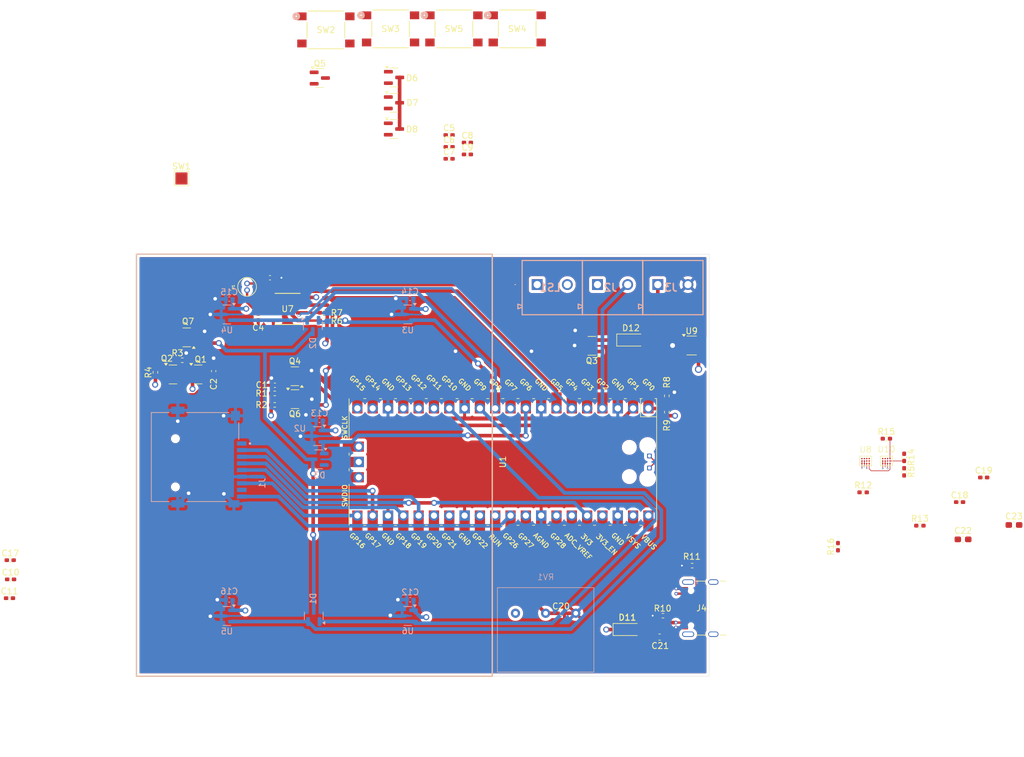
<source format=kicad_pcb>
(kicad_pcb (version 20240108) (generator "pcbnew") (generator_version "8.0")
  (layers (0 "F.Cu" signal) (1 "In1.Cu" signal) (2 "In2.Cu" signal) (31 "B.Cu" signal) (34 "B.Paste" user) (35 "F.Paste" user) (36 "B.SilkS" user "B.Silkscreen") (37 "F.SilkS" user "F.Silkscreen") (38 "B.Mask" user) (39 "F.Mask" user) (44 "Edge.Cuts" user))
  (net 0 "")
  (net 1 "GND")
  (net 2 "/Power/~{POWER_OFF}")
  (net 3 "Net-(Q1-D)")
  (net 4 "Net-(U7-X1)")
  (net 5 "Net-(U7-X2)")
  (net 6 "/Power/BUTTONS0")
  (net 7 "/Power/BUTTONS1")
  (net 8 "/Power/BUTTONS2")
  (net 9 "/Power/BUTTONS3")
  (net 10 "/Power/BUTTONS4")
  (net 11 "Net-(J1-VDD)")
  (net 12 "SLP_PWR")
  (net 13 "VCC")
  (net 14 "/Audio/VOL")
  (net 15 "/Power/POWER IN")
  (net 16 "Net-(D1A-K)")
  (net 17 "/Power/MAG_SENSOR4")
  (net 18 "/Power/MAG_SENSOR3")
  (net 19 "/Power/MAG_SENSOR1")
  (net 20 "/Power/MAG_SENSOR2")
  (net 21 "/Power/MAG_SENSOR0")
  (net 23 "Net-(D6A-K)")
  (net 25 "Net-(D12-A)")
  (net 26 "Net-(J1-CMD)")
  (net 27 "Net-(J1-DAT0)")
  (net 30 "Net-(J1-DAT3{slash}CD)")
  (net 31 "Net-(J1-CLK)")
  (net 33 "Net-(J4-CC1)")
  (net 34 "/USB_DN")
  (net 35 "Net-(J4-CC2)")
  (net 37 "/USB_DP")
  (net 38 "Net-(U10-OUTP)")
  (net 39 "Net-(U10-OUTN)")
  (net 40 "Net-(Q2-G)")
  (net 41 "/Power/CLOCK_ALARM")
  (net 42 "Net-(U10-GAIN_SLOT)")
  (net 43 "Net-(U1-GPIO5)")
  (net 44 "Net-(U1-GPIO4)")
  (net 45 "/USB_PWR_DET")
  (net 46 "Net-(U8-GAIN_SLOT)")
  (net 47 "Net-(U10-DAI0)")
  (net 48 "/Audio/I2S_LRCLK")
  (net 49 "Net-(U10-DAI1)")
  (net 50 "/Audio/I2S_DOUT")
  (net 51 "/Audio/I2S_BCLK")
  (net 52 "Net-(U10-DAI2)")
  (net 53 "/Audio/~{HEADPHONE_DETECT}")
  (net 54 "/Audio/SPEAKER_EN")
  (net 61 "Net-(J1-DET)")
  (net 65 "/Audio/HEADPHONE_EN")
  (net 72 "Net-(U8-OUTN)")
  (footprint "Resistor_SMD:R_0402_1005Metric_Pad0.72x0.64mm_HandSolder" (layer "F.Cu") (at 193.7 127.75 180)
    (property "Reference" "R10")
    (property "Value" "5.1k" (hide yes))
  )
  (footprint "Resistor_SMD:R_0402_1005Metric_Pad0.72x0.64mm_HandSolder" (layer "F.Cu") (at 233.7 101.5 -90)
    (property "Reference" "R14")
    (property "Value" "0" (hide yes))
  )
  (footprint "Capacitor_SMD:C_0402_1005Metric_Pad0.74x0.62mm_HandSolder" (layer "F.Cu") (at 158.245 50.02)
    (property "Reference" "C6")
    (property "Value" "1nF" (hide yes))
  )
  (footprint "Capacitor_SMD:C_0402_1005Metric_Pad0.74x0.62mm_HandSolder" (layer "F.Cu") (at 246.89 104.84)
    (property "Reference" "C19")
    (property "Value" "0.1uF" (hide yes))
  )
  (footprint "Resistor_SMD:R_0402_1005Metric_Pad0.72x0.64mm_HandSolder" (layer "F.Cu") (at 222.725 116.3075 90)
    (property "Reference" "R16")
    (property "Value" "1M")
  )
  (footprint "Resistor_SMD:R_0402_1005Metric_Pad0.72x0.64mm_HandSolder" (layer "F.Cu") (at 226.8975 107.3)
    (property "Reference" "R12")
    (property "Value" "100k" (hide yes))
  )
  (footprint "Diode_SMD:D_SOD-123" (layer "F.Cu") (at 188.4 82.05)
    (property "Reference" "D12")
    (property "Value" "D_Schottky")
  )
  (footprint "Package_TO_SOT_SMD:SOT-23" (layer "F.Cu") (at 149.1 47.05)
    (property "Reference" "D8")
    (property "Value" "D_Dual_CommonCathode_AAK_Split" (hide yes))
  )
  (footprint "Resistor_SMD:R_0402_1005Metric_Pad0.72x0.64mm_HandSolder" (layer "F.Cu") (at 194.35 91.3 -90)
    (property "Reference" "R8")
    (property "Value" "10k" (hide yes))
  )
  (footprint "boombox:PTS645S_SMTR92_CNK" (layer "F.Cu") (at 148.537498 30.450001)
    (property "Reference" "SW3")
    (property "Value" "SW_SPST")
  )
  (footprint "Package_TO_SOT_SMD:SOT-23" (layer "F.Cu") (at 149.1 42.7)
    (property "Reference" "D7")
    (property "Value" "D_Dual_CommonCathode_AAK_Split" (hide yes))
  )
  (footprint "Package_TO_SOT_SMD:SOT-23-5" (layer "F.Cu") (at 198.4625 82.95)
    (property "Reference" "U9")
    (property "Value" "MCP73811T-420I-OT")
  )
  (footprint "Capacitor_SMD:C_0402_1005Metric_Pad0.74x0.62mm_HandSolder" (layer "F.Cu") (at 85.35 124.85)
    (property "Reference" "C11")
    (property "Value" "0.1uF" (hide yes))
  )
  (footprint "Resistor_SMD:R_0402_1005Metric_Pad0.72x0.64mm_HandSolder" (layer "F.Cu") (at 129.3275 92.8)
    (property "Reference" "R2")
    (property "Value" "3.3M" (hide yes))
  )
  (footprint "Capacitor_SMD:C_0603_1608Metric_Pad1.08x0.95mm_HandSolder" (layer "F.Cu") (at 251.91 112.71)
    (property "Reference" "C23")
    (property "Value" "10uF" (hide yes))
  )
  (footprint "boombox:PTS645S_SMTR92_CNK" (layer "F.Cu") (at 159.037498 30.450001)
    (property "Reference" "SW5")
    (property "Value" "SW_SPST")
  )
  (footprint "Capacitor_SMD:C_0402_1005Metric_Pad0.74x0.62mm_HandSolder" (layer "F.Cu") (at 126.5944 78.22 90)
    (property "Reference" "C4")
    (property "Value" "6pF" (hide yes))
  )
  (footprint "Capacitor_SMD:C_0402_1005Metric_Pad0.74x0.62mm_HandSolder" (layer "F.Cu") (at 161.2775 49.3)
    (property "Reference" "C8")
    (property "Value" "1nF" (hide yes))
  )
  (footprint "boombox:CUI_UJ20-C-H-C-4-SMT-TR" (layer "F.Cu") (at 201.05 126.5 90)
    (property "Reference" "J4")
    (property "Value" "USB_C_Receptacle_USB2.0_16P")
  )
  (footprint "Capacitor_SMD:C_0603_1608Metric_Pad1.08x0.95mm_HandSolder" (layer "F.Cu") (at 243.4625 115.1)
    (property "Reference" "C22")
    (property "Value" "10uF")
  )
  (footprint "Package_TO_SOT_SMD:SOT-23" (layer "F.Cu") (at 114.7375 81.6 180)
    (property "Reference" "Q7")
    (property "Value" "~" (hide yes))
  )
  (footprint "Package_TO_SOT_SMD:SOT-23" (layer "F.Cu") (at 181.9125 83 180)
    (property "Reference" "Q3")
    (property "Value" "~" (hide yes))
  )
  (footprint "Capacitor_SMD:C_0402_1005Metric_Pad0.74x0.62mm_HandSolder" (layer "F.Cu") (at 128.5444 71.72 180)
    (property "Reference" "C3" (hide yes))
    (property "Value" "6pF")
  )
  (footprint "Package_TO_SOT_SMD:SOT-23" (layer "F.Cu") (at 136.8 38.6)
    (property "Reference" "Q5")
    (property "Value" "~" (hide yes))
  )
  (footprint "Resistor_SMD:R_0402_1005Metric_Pad0.72x0.64mm_HandSolder" (layer "F.Cu") (at 113.9975 85.4)
    (property "Reference" "R3")
    (property "Value" "1M" (hide yes))
  )
  (footprint "Resistor_SMD:R_0402_1005Metric_Pad0.72x0.64mm_HandSolder" (layer "F.Cu") (at 129.3275 90.9)
    (property "Reference" "R1")
    (property "Value" "3.3M" (hide yes))
  )
  (footprint "Package_TO_SOT_SMD:SOT-23" (layer "F.Cu") (at 132.6875 91.85)
    (property "Reference" "Q6")
    (property "Value" "~" (hide yes))
  )
  (footprint "boombox:RPi_Pico_SMD_TH" (layer "F.Cu") (at 167.16 102.26 -90)
    (property "Reference" "U1")
    (property "Value" "Pico")
  )
  (footprint "Resistor_SMD:R_0402_1005Metric_Pad0.72x0.64mm_HandSolder" (layer "F.Cu") (at 109.55 87.4 90)
    (property "Reference" "R4")
    (property "Value" "1M" (hide yes))
  )
  (footprint "Capacitor_SMD:C_0402_1005Metric_Pad0.74x0.62mm_HandSolder" (layer "F.Cu") (at 176.8 127.35)
    (property "Reference" "C20")
    (property "Value" "0.1uF" (hide yes))
  )
  (footprint "Capacitor_SMD:C_0402_1005Metric_Pad0.74x0.62mm_HandSolder" (layer "F.Cu") (at 85.4675 118.55)
    (property "Reference" "C17")
    (property "Value" "0.1uF" (hide yes))
  )
  (footprint "boombox:SOIC8-N_MC_MCH" (layer "F.Cu") (at 131.4622 76.885)
    (property "Reference" "U7")
    (property "Value" "MCP7940MT-I/SN")
  )
  (footprint "Capacitor_SMD:C_0402_1005Metric_Pad0.74x0.62mm_HandSolder" (layer "F.Cu") (at 119.2 87.2 90)
    (property "Reference" "C2")
    (property "Value" "1nF" (hide yes))
  )
  (footprint "Capacitor_SMD:C_0402_1005Metric_Pad0.74x0.62mm_HandSolder" (layer "F.Cu") (at 161.2775 51.27)
    (property "Reference" "C9")
    (property "Value" "1nF" (hide yes))
  )
  (footprint "boombox:PTS645S_SMTR92_CNK" (layer "F.Cu") (at 137.808847 30.6187)
    (property "Reference" "SW2")
    (property "Value" "SW_SPST")
  )
  (footprint "Capacitor_SMD:C_0402_1005Metric_Pad0.74x0.62mm_HandSolder" (layer "F.Cu") (at 85.5325 121.73)
    (property "Reference" "C10")
    (property "Value" "0.1uF" (hide yes))
  )
  (footprint "Package_TO_SOT_SMD:SOT-23" (layer "F.Cu") (at 112.45 87.75)
    (property "Reference" "Q2")
    (property "Value" "~" (hide yes))
  )
  (footprint "Resistor_SMD:R_0402_1005Metric_Pad0.72x0.64mm_HandSolder" (layer "F.Cu") (at 236.3075 112.825)
    (property "Reference" "R13")
    (property "Value" "0")
  )
  (footprint "Diode_SMD:D_SOD-123" (layer "F.Cu") (at 187.8 130.05)
    (property "Reference" "D11")
    (property "Value" "D_Schottky")
  )
  (footprint "Capacitor_SMD:C_0402_1005Metric_Pad0.74x0.62mm_HandSolder" (layer "F.Cu") (at 242.8925 108.92)
    (property "Reference" "C18")
    (property "Value" "0.1uF")
  )
  (footprint "Capacitor_SMD:C_0402_1005Metric_Pad0.74x0.62mm_HandSolder" (layer "F.Cu") (at 158.245 51.99)
    (property "Reference" "C7")
    (property "Value" "1nF" (hide yes))
  )
  (footprint "Resistor_SMD:R_0402_1005Metric_Pad0.72x0.64mm_HandSolder" (layer "F.Cu") (at 230.75 98.4)
    (property "Reference" "R15")
    (property "Value" "0" (hide yes))
  )
  (footprint "Resistor_SMD:R_0402_1005Metric_Pad0.72x0.64mm_HandSolder" (layer "F.Cu") (at 137.3944 78.82 180)
    (property "Reference" "R6")
    (property "Value" "10k")
  )
  (footprint "Resistor_SMD:R_0402_1005Metric_Pad0.72x0.64mm_HandSolder" (layer "F.Cu") (at 137.4444 77.52 180)
    (property "Reference" "R7")
    (property "Value" "10k")
  )
  (footprint "Capacitor_SMD:C_0402_1005Metric_Pad0.74x0.62mm_HandSolder" (layer "F.Cu") (at 158.245 48.05)
    (property "Reference" "C5")
    (property "Value" "1nF" (hide yes))
  )
  (footprint "Resistor_SMD:R_0402_1005Metric_Pad0.72x0.64mm_HandSolder" (layer "F.Cu") (at 233.7 103.9 -90)
    (property "Reference" "R5")
    (property "Value" "100k" (hide yes))
  )
  (footprint "boombox:MAX98365" (layer "F.Cu") (at 230.74 102.29)
    (property "Reference" "U10")
    (property "Value" "MAX98365A" (hide yes))
  )
  (footprint "Capacitor_SMD:C_0603_1608Metric_Pad1.08x0.95mm_HandSolder" (layer "F.Cu") (at 193.15 131.3)
    (property "Reference" "C21")
    (property "Value" "10uF" (hide yes))
  )
  (footprint "Capacitor_SMD:C_0402_1005Metric_Pad0.74x0.62mm_HandSolder" (layer "F.Cu") (at 129.3575 89.55 180)
    (property "Reference" "C1")
    (property "Value" "6pF" (hide yes))
  )
  (footprint "Resistor_SMD:R_0402_1005Metric_Pad0.72x0.64mm_HandSolder" (layer "F.Cu") (at 194.35 93.9975 -90)
    (property "Reference" "R9")
    (property "Value" "10k" (hide yes))
  )
  (footprint "Package_TO_SOT_SMD:SOT-23" (layer "F.Cu") (at 149.1125 38.5)
    (property "Reference" "D6")
    (property "Value" "D_Dual_CommonCathode_AAK_Split" (hide yes))
  )
  (footprint "boombox:XTAL_ECS-.327-6-13X" (layer "F.Cu") (at 124.7444 73.22 90)
    (property "Reference" "Y1")
    (property "Value" "Crystal")
  )
  (footprint "Package_TO_SOT_SMD:SOT-23" (layer "F.Cu") (at 132.6625 88.05 180)
    (property "Reference" "Q4")
    (property "Value" "~" (hide yes))
  )
  (footprint "boombox:PTS645S_SMTR92_CNK" (layer "F.Cu") (at 169.537498 30.450001)
    (property "Reference" "SW4")
    (property "Value" "SW_SPST")
  )
  (footprint "boombox:MAX98365" (layer "F.Cu") (at 227.29 102.29)
    (property "Reference" "U8")
    (property "Value" "MAX98365A" (hide yes))
  )
  (footprint "Resistor_SMD:R_0402_1005Metric_Pad0.72x0.64mm_HandSolder" (layer "F.Cu") (at 198.55 119.45 180)
    (property "Reference" "R11")
    (property "Value" "5.1k" (hide yes))
  )
  (footprint "TestPoint:TestPoint_Pad_2.0x2.0mm" (layer "F.Cu") (at 113.8625 55.25)
    (property "Reference" "SW1")
    (property "Value" "SW_SPST")
  )
  (footprint "Package_TO_SOT_SMD:SOT-23" (layer "F.Cu") (at 116.6375 87.75)
    (property "Reference" "Q1")
    (property "Value" "~" (hide yes))
  )
  (footprint "Capacitor_SMD:C_0402_1005Metric_Pad0.74x0.62mm_HandSolder" (layer "B.Cu") (at 151.7825 125.1 180)
    (property "Reference" "C12")
    (property "Value" "0.1uF" (hide yes))
  )
  (footprint "Package_TO_SOT_SMD:SOT-23" (layer "B.Cu") (at 135.65 79.7125 -90)
    (property "Reference" "D2")
    (property "Value" "D_Dual_CommonCathode_AAK_Split" (hide yes))
  )
  (footprint "Package_TO_SOT_SMD:SOT-23" (layer "B.Cu") (at 136.6 101.81875 180)
    (property "Reference" "D3")
    (property "Value" "D_Dual_CommonCathode_AAK_Split" (hide yes))
  )
  (footprint "Capacitor_SMD:C_0402_1005Metric_Pad0.74x0.62mm_HandSolder" (layer "B.Cu") (at 136.75 95.35 180)
    (property "Reference" "C13")
    (property "Value" "0.1uF" (hide yes))
  )
  (footprint "boombox:Degson 3 Pin" (layer "B.Cu") (at 174.25 130.6 180)
    (property "Reference" "RV1")
    (property "Value" "500k" (hide yes))
  )
  (footprint "boombox:EBAA02C_Audio" (layer "B.Cu") (at 185.35 73.1)
    (property "Reference" "J2")
    (property "Value" "AudioJack4" (hide yes))
  )
  (footprint "boombox:EBAA02C" (layer "B.Cu") (at 175.35 73.1)
    (property "Reference" "LS1")
    (property "Value" "Speaker" (hide yes))
  )
  (footprint "Package_TO_SOT_SMD:SOT-23" (layer "B.Cu") (at 121.4 127.8 180)
    (property "Reference" "U5")
    (property "Value" "TMAG5231" (hide yes))
  )
  (footprint "boombox:CUI_MSD-4-A" (layer "B.Cu") (at 116.1125 101.45 90)
    (property "Reference" "J1")
    (property "Value" "Micro_SD_Card_Det1" (hide yes))
  )
  (footprint "boombox:EBAA02C" (layer "B.Cu") (at 195.35 73.1)
    (property "Reference" "J3")
    (property "Value" "Battery" (hide yes))
  )
  (footprint "Package_TO_SOT_SMD:SOT-23" (layer "B.Cu") (at 136.4 97.98125 180)
    (property "Reference" "U2")
    (property "Value" "TMAG5231" (hide yes))
  )
  (footprint "Package_TO_SOT_SMD:SOT-23" (layer "B.Cu") (at 151.4 77.8 180)
    (property "Reference" "U3")
    (property "Value" "TMAG5231" (hide yes))
  )
  (footprint "Capacitor_SMD:C_0402_1005Metric_Pad0.74x0.62mm_HandSolder" (layer "B.Cu") (at 121.7825 75.25 180)
    (property "Reference" "C15")
    (property "Value" "0.1uF" (hide yes))
  )
  (footprint "Capacitor_SMD:C_0402_1005Metric_Pad0.74x0.62mm_HandSolder" (layer "B.Cu") (at 151.75 75.15 180)
    (property "Reference" "C14")
    (property "Value" "0.1uF" (hide yes))
  )
  (footprint "Package_TO_SOT_SMD:SOT-23" (layer "B.Cu") (at 135.8 127.7875 90)
    (property "Reference" "D1")
    (property "Value" "D_Dual_CommonCathode_AAK_Split" (hide yes))
  )
  (footprint "Package_TO_SOT_SMD:SOT-23" (layer "B.Cu") (at 151.4 127.8 180)
    (property "Reference" "U6")
    (property "Value" "TMAG5231" (hide yes))
  )
  (footprint "Package_TO_SOT_SMD:SOT-23" (layer "B.Cu") (at 121.4 77.8 180)
    (property "Reference" "U4")
    (property "Value" "TMAG5231" (hide yes))
  )
  (footprint "Capacitor_SMD:C_0402_1005Metric_Pad0.74x0.62mm_HandSolder" (layer "B.Cu") (at 121.7825 125.15 180)
    (property "Reference" "C16")
    (property "Value" "0.1uF" (hide yes))
  )
  (gr_rect (start 106.4 67.8) (end 165.4 137.8) (stroke (width 0.2)) (fill none) (layer "B.SilkS"))
  (gr_rect (start 106.4 67.8) (end 165.4 137.8) (stroke (width 0.2)) (fill none) (layer "F.SilkS"))
  (gr_rect (start 106.4 67.8) (end 201.4 137.8) (stroke (width 0.05)) (fill none) (layer "Edge.Cuts"))
  (segment (start 194.35 90.7025) (end 195.5975 90.7025) (width 0.6) (layer "F.Cu") (net 1))
  (segment (start 195.95 123.3) (end 195.9 123.25) (width 0.4) (layer "F.Cu") (net 1))
  (segment (start 177.3675 127.35) (end 179.25 127.35) (width 0.6) (layer "F.Cu") (net 1))
  (segment (start 117.65 80.65) (end 117.7 80.6) (width 0.6) (layer "F.Cu") (net 1))
  (segment (start 193.1025 127.75) (end 192 127.75) (width 0.2) (layer "F.Cu") (net 1))
  (segment (start 194.0125 131.3) (end 194.25 131.3) (width 0.6) (layer "F.Cu") (net 1))
  (segment (start 197.9525 119.45) (end 196.85 119.45) (width 0.2) (layer "F.Cu") (net 1))
  (segment (start 230.55 102.1) (end 230.55 102.5) (width 0.1) (layer "F.Cu") (net 1))
  (segment (start 227.1 102.5) (end 227.1 103) (width 0.1) (layer "F.Cu") (net 1))
  (segment (start 197.325 82.95) (end 195.3 82.95) (width 0.6) (layer "F.Cu") (net 1))
  (segment (start 133.6 87.1) (end 135.425 87.1) (width 0.6) (layer "F.Cu") (net 1))
  (segment (start 129.1119 71.72) (end 130.4444 71.72) (width 0.4) (layer "F.Cu") (net 1))
  (segment (start 230.55 102.5) (end 230.55 103) (width 0.1) (layer "F.Cu") (net 1))
  (segment (start 126.5969 78.79) (end 126.5944 78.7875) (width 0.4) (layer "F.Cu") (net 1))
  (segment (start 115.675 80.65) (end 117.65 80.65) (width 0.6) (layer "F.Cu") (net 1))
  (segment (start 129.1 78.79) (end 126.5969 78.79) (width 0.4) (layer "F.Cu") (net 1))
  (segment (start 227.1 102.1) (end 227.1 102.5) (width 0.1) (layer "F.Cu") (net 1))
  (segment (start 119.2 86.6325) (end 119.2 85.05) (width 0.6) (layer "F.Cu") (net 1))
  (segment (start 194.25 131.3) (end 195.85 129.7) (width 0.6) (layer "F.Cu") (net 1))
  (segment (start 128.79 89.55) (end 128.79 88.365) (width 0.6) (layer "F.Cu") (net 1))
  (segment (start 197.29 129.7) (end 195.85 129.7) (width 0.4) (layer "F.Cu") (net 1))
  (segment (start 195.5975 90.7025) (end 195.6 90.7) (width 0.6) (layer "F.Cu") (net 1))
  (segment (start 114.595 84.255) (end 114.65 84.2) (width 0.6) (layer "F.Cu") (net 1))
  (segment (start 197.29 123.3) (end 195.95 123.3) (width 0.4) (layer "F.Cu") (net 1))
  (segment (start 114.595 85.4) (end 114.595 84.255) (width 0.6) (layer "F.Cu") (net 1))
  (segment (start 128.79 88.365) (end 128.775 88.35) (width 0.6) (layer "F.Cu") (net 1))
  (segment (start 133.625 91.85) (end 135.475 91.85) (width 0.6) (layer "F.Cu") (net 1))
  (via (at 115.05 107.45) (size 1) (drill 0.6) (layers "F.Cu" "B.Cu") (net 1))
  (via (at 135.425 87.1) (size 1) (drill 0.6) (layers "F.Cu" "B.Cu") (net 1))
  (via (at 227.1 103) (size 0.25) (drill 0.15) (layers "F.Cu" "B.Cu") (net 1))
  (via (at 117.7 80.6) (size 1) (drill 0.6) (layers "F.Cu" "B.Cu") (net 1))
  (via (at 119.45 75.2) (size 1) (drill 0.6) (layers "F.Cu" "B.Cu") (net 1))
  (via (at 114.65 84.2) (size 1) (drill 0.6) (layers "F.Cu" "B.Cu") (net 1))
  (via (at 134.5 94.45) (size 1) (drill 0.6) (layers "F.Cu" "B.Cu") (net 1))
  (via (at 195.3 82.95) (size 1.2) (drill 0.8) (layers "F.Cu" "B.Cu") (net 1))
  (via (at 120.9 107.55) (size 1) (drill 0.6) (layers "F.Cu" "B.Cu") (net 1))
  (via (at 128.775 88.35) (size 1) (drill 0.6) (layers "F.Cu" "B.Cu") (net 1))
  (via (at 148.7 77.8) (size 1) (drill 0.6) (layers "F.Cu" "B.Cu") (net 1))
  (via (at 230.55 103) (size 0.25) (drill 0.15) (layers "F.Cu" "B.Cu") (net 1))
  (via (at 118.65 77.8) (size 1) (drill 0.6) (layers "F.Cu" "B.Cu") (net 1))
  (via (at 133.6 98) (size 1) (drill 0.6) (layers "F.Cu" "B.Cu") (net 1))
  (via (at 119.2 85.05) (size 1) (drill 0.6) (layers "F.Cu" "B.Cu") (net 1))
  (via (at 195.6 90.7) (size 1) (drill 0.6) (layers "F.Cu" "B.Cu") (net 1))
  (via (at 195.9 123.25) (size 0.6) (drill 0.3) (layers "F.Cu" "B.Cu") (net 1))
  (via (at 120.85 94.6) (size 1) (drill 0.6) (layers "F.Cu" "B.Cu") (net 1))
  (via (at 130.4444 71.72) (size 0.6) (drill 0.3) (layers "F.Cu" "B.Cu") (net 1))
  (via (at 113.25 95.5) (size 1) (drill 0.6) (layers "F.Cu" "B.Cu") (net 1))
  (via (at 195.85 129.7) (size 0.6) (drill 0.3) (layers "F.Cu" "B.Cu") (net 1))
  (via (at 148.5 127.7) (size 1) (drill 0.6) (layers "F.Cu" "B.Cu") (net 1))
  (via (at 119.8 125.1) (size 1) (drill 0.6) (layers "F.Cu" "B.Cu") (net 1))
  (via (at 149.4 75.15) (size 1) (drill 0.6) (layers "F.Cu" "B.Cu") (net 1))
  (via (at 149.75 125.1) (size 1) (drill 0.6) (layers "F.Cu" "B.Cu") (net 1))
  (via (at 118.65 127.85) (size 1) (drill 0.6) (layers "F.Cu" "B.Cu") (net 1))
  (via (at 196.85 119.45) (size 0.6) (drill 0.3) (layers "F.Cu" "B.Cu") (net 1))
  (via (at 192 127.75) (size 0.6) (drill 0.3) (layers "F.Cu" "B.Cu") (net 1))
  (via (at 135.475 91.85) (size 1) (drill 0.6) (layers "F.Cu" "B.Cu") (net 1))
  (segment (start 121.215 75.25) (end 119.5 75.25) (width 0.6) (layer "B.Cu") (net 1))
  (segment (start 119.5 75.25) (end 119.45 75.2) (width 0.6) (layer "B.Cu") (net 1))
  (segment (start 148.6 127.8) (end 148.5 127.7) (width 0.6) (layer "B.Cu") (net 1))
  (segment (start 120.4625 77.8) (end 118.65 77.8) (width 0.6) (layer "B.Cu") (net 1))
  (segment (start 122.8125 94.6) (end 120.85 94.6) (width 0.6) (layer "B.Cu") (net 1))
  (segment (start 135.4 95.35) (end 134.5 94.45) (width 0.6) (layer "B.Cu") (net 1))
  (segment (start 115.05 107.45) (end 115.0125 107.45) (width 0.6) (layer "B.Cu") (net 1))
  (segment (start 120.4625 127.8) (end 118.7 127.8) (width 0.6) (layer "B.Cu") (net 1))
  (segment (start 119.85 125.15) (end 119.8 125.1) (width 0.6) (layer "B.Cu") (net 1))
  (segment (start 150.4625 77.8) (end 148.7 77.8) (width 0.6) (layer "B.Cu") (net 1))
  (segment (start 113.2625 93.7) (end 113.2625 95.4875) (width 0.6) (layer "B.Cu") (net 1))
  (segment (start 151.1825 75.15) (end 149.4 75.15) (width 0.6) (layer "B.Cu") (net 1))
  (segment (start 136.1825 95.35) (end 135.4 95.35) (width 0.6) (layer "B.Cu") (net 1))
  (segment (start 120.9125 107.55) (end 122.5625 109.2) (width 0.6) (layer "B.Cu") (net 1))
  (segment (start 150.4625 127.8) (end 148.6 127.8) (width 0.6) (layer "B.Cu") (net 1))
  (segment (start 120.9 107.55) (end 120.9125 107.55) (width 0.6) (layer "B.Cu") (net 1))
  (segment (start 133.61875 97.98125) (end 133.6 98) (width 0.6) (layer "B.Cu") (net 1))
  (segment (start 151.215 125.1) (end 149.75 125.1) (width 0.6) (layer "B.Cu") (net 1))
  (segment (start 118.7 127.8) (end 118.65 127.85) (width 0.6) (layer "B.Cu") (net 1))
  (segment (start 135.4625 97.98125) (end 133.61875 97.98125) (width 0.6) (layer "B.Cu") (net 1))
  (segment (start 115.0125 107.45) (end 113.2625 109.2) (width 0.6) (layer "B.Cu") (net 1))
  (segment (start 121.215 125.15) (end 119.85 125.15) (width 0.6) (layer "B.Cu") (net 1))
  (segment (start 113.2625 95.4875) (end 113.25 95.5) (width 0.6) (layer "B.Cu") (net 1))
  (segment (start 135.01 88.05) (end 143.16 96.2) (width 0.6) (layer "F.Cu") (net 2))
  (segment (start 129.925 90.9) (end 131.75 90.9) (width 0.6) (layer "F.Cu") (net 2))
  (segment (start 129.925 89.55) (end 129.925 90.9) (width 0.6) (layer "F.Cu") (net 2))
  (segment (start 185.92 96.2) (end 188.75 93.37) (width 0.6) (layer "F.Cu") (net 2))
  (segment (start 131.725 88.05) (end 131.425 88.05) (width 0.6) (layer "F.Cu") (net 2))
  (segment (start 131.425 88.05) (end 129.925 89.55) (width 0.6) (layer "F.Cu") (net 2))
  (segment (start 143.16 96.2) (end 185.92 96.2) (width 0.6) (layer "F.Cu") (net 2))
  (segment (start 131.725 88.05) (end 135.01 88.05) (width 0.6) (layer "F.Cu") (net 2))
  (segment (start 119.2 87.7675) (end 117.5925 87.7675) (width 0.6) (layer "F.Cu") (net 3))
  (segment (start 116.114214 91.15) (end 117.575 89.689214) (width 0.6) (layer "F.Cu") (net 3))
  (segment (start 113.9625 91.15) (end 116.114214 91.15) (width 0.6) (layer "F.Cu") (net 3))
  (segment (start 111.5125 88.7) (end 113.9625 91.15) (width 0.6) (layer "F.Cu") (net 3))
  (segment (start 117.575 89.689214) (end 117.575 87.75) (width 0.6) (layer "F.Cu") (net 3))
  (segment (start 117.5925 87.7675) (end 117.575 87.75) (width 0.6) (layer "F.Cu") (net 3))
  (segment (start 127.74 71.72) (end 126.79 72.67) (width 0.4) (layer "F.Cu") (net 4))
  (segment (start 126.79 72.67) (end 124.7444 72.67) (width 0.4) (layer "F.Cu") (net 4))
  (segment (start 127.9769 71.72) (end 127.74 71.72) (width 0.4) (layer "F.Cu") (net 4))
  (segment (start 129.1 74.98) (end 126.79 72.67) (width 0.4) (layer "F.Cu") (net 4))
  (segment (start 127.9969 76.25) (end 126.5944 77.6525) (width 0.4) (layer "F.Cu") (net 5))
  (segment (start 124.7444 73.77) (end 124.7444 75.8025) (width 0.4) (layer "F.Cu") (net 5))
  (segment (start 129.1 76.25) (end 127.9969 76.25) (width 0.4) (layer "F.Cu") (net 5))
  (segment (start 124.7444 75.8025) (end 126.5944 77.6525) (width 0.4) (layer "F.Cu") (net 5))
  (segment (start 129.06 76.29) (end 129.1 76.25) (width 0.2) (layer "F.Cu") (net 5))
  (segment (start 151.55 109.05) (end 155.75 109.05) (width 0.6) (layer "F.Cu") (net 11))
  (via (at 151.55 109.05) (size 1) (drill 0.6) (layers "F.Cu" "B.Cu") (net 11))
  (via (at 155.75 109.05) (size 1) (drill 0.6) (layers "F.Cu" "B.Cu") (net 11))
  (segment (start 134.36274 109) (end 151.5 109) (width 0.6) (layer "B.Cu") (net 11))
  (segment (start 151.5 109) (end 151.55 109.05) (width 0.6) (layer "B.Cu") (net 11))
  (segment (start 155.75 109.05) (end 155.8 109) (width 0.6) (layer "B.Cu") (net 11))
  (segment (start 127.86274 102.5) (end 134.36274 109) (width 0.6) (layer "B.Cu") (net 11))
  (segment (start 155.8 109) (end 178.98 109) (width 0.6) (layer "B.Cu") (net 11))
  (segment (start 127.86274 102.5) (end 123.8625 102.5) (width 0.6) (layer "B.Cu") (net 11))
  (segment (start 178.98 109) (end 181.13 111.15) (width 0.6) (layer "B.Cu") (net 11))
  (segment (start 186.15 130.05) (end 184.3 130.05) (width 0.6) (layer "F.Cu") (net 12))
  (segment (start 128.73 94.52) (end 128.7 94.55) (width 0.6) (layer "F.Cu") (net 12))
  (segment (start 182.85 82.05) (end 180.75 82.05) (width 0.6) (layer "F.Cu") (net 12))
  (segment (start 109.55 89.4) (end 109.5 89.45) (width 0.6) (layer "F.Cu") (net 12))
  (segment (start 136.17 74.98) (end 136.2 74.95) (width 0.6) (layer "F.Cu") (net 12))
  (segment (start 128.73 92.8) (end 128.73 94.52) (width 0.6) (layer "F.Cu") (net 12))
  (segment (start 115.7 88.7) (end 115.7 90.15) (width 0.6) (layer "F.Cu") (net 12))
  (segment (start 109.55 87.9975) (end 109.55 89.4) (width 0.6) (layer "F.Cu") (net 12))
  (segment (start 182.85 82.05) (end 186.75 82.05) (width 0.6) (layer "F.Cu") (net 12))
  (segment (start 133.8244 74.98) (end 136.17 74.98) (width 0.6) (layer "F.Cu") (net 12))
  (segment (start 180.75 82.05) (end 179.15 80.45) (width 0.6) (layer "F.Cu") (net 12))
  (segment (start 128.73 92.8) (end 128.73 90.9) (width 0.6) (layer "F.Cu") (net 12))
  (via (at 109.5 89.45) (size 1) (drill 0.6) (layers "F.Cu" "B.Cu") (net 12))
  (via (at 124.6 76.85) (size 1) (drill 0.6) (layers "F.Cu" "B.Cu") (net 12))
  (via (at 154.35 76.9) (size 1) (drill 0.6) (layers "F.Cu" "B.Cu") (net 12))
  (via (at 139.4 97.03125) (size 1) (drill 0.6) (layers "F.Cu" "B.Cu") (net 12))
  (via (at 184.3 130.05) (size 1) (drill 0.6) (layers "F.Cu" "B.Cu") (net 12))
  (via (at 179.15 80.45) (size 1) (drill 0.6) (layers "F.Cu" "B.Cu") (net 12))
  (via (at 136.2 74.95) (size 1) (drill 0.6) (layers "F.Cu" "B.Cu") (net 12))
  (via (at 154.45 128) (size 1) (drill 0.6) (layers "F.Cu" "B.Cu") (net 12))
  (via (at 124.45 126.9) (size 1) (drill 0.6) (layers "F.Cu" "B.Cu") (net 12))
  (via (at 115.7 90.15) (size 1) (drill 0.6) (layers "F.Cu" "B.Cu") (net 12))
  (via (at 128.7 94.55) (size 1) (drill 0.6) (layers "F.Cu" "B.Cu") (net 12))
  (segment (start 122.35 125.15) (end 122.35 126.8375) (width 0.6) (layer "B.Cu") (net 12))
  (segment (start 122.35 75.25) (end 122.35 76.8375) (width 0.6) (layer "B.Cu") (net 12))
  (segment (start 154.45 128) (end 153.4875 128) (width 0.6) (layer "B.Cu") (net 12))
  (segment (start 122.35 76.8375) (end 122.3375 76.85) (width 0.6) (layer "B.Cu") (net 12))
  (segment (start 152.3175 75.15) (end 152.3175 76.83) (width 0.6) (layer "B.Cu") (net 12))
  (segment (start 154.35 76.9) (end 152.3875 76.9) (width 0.6) (layer "B.Cu") (net 12))
  (segment (start 152.3175 76.83) (end 152.3375 76.85) (width 0.6) (layer "B.Cu") (net 12))
  (segment (start 152.35 126.8375) (end 152.3375 126.85) (width 0.6) (layer "B.Cu") (net 12))
  (segment (start 153.4875 128) (end 152.3375 126.85) (width 0.6) (layer "B.Cu") (net 12))
  (segment (start 124.6 76.85) (end 122.3375 76.85) (width 0.6) (layer "B.Cu") (net 12))
  (segment (start 152.3875 76.9) (end 152.3375 76.85) (width 0.6) (layer "B.Cu") (net 12))
  (segment (start 124.4 126.85) (end 124.45 126.9) (width 0.6) (layer "B.Cu") (net 12))
  (segment (start 137.3175 97.01125) (end 137.3375 97.03125) (width 0.6) (layer "B.Cu") (net 12))
  (segment (start 122.35 126.8375) (end 122.3375 126.85) (width 0.6) (layer "B.Cu") (net 12))
  (segment (start 137.3375 97.03125) (end 139.4 97.03125) (width 0.6) (layer "B.Cu") (net 12))
  (segment (start 122.3375 126.85) (end 124.4 126.85) (width 0.6) (layer "B.Cu") (net 12))
  (segment (start 152.35 125.1) (end 152.35 126.8375) (width 0.6) (layer "B.Cu") (net 12))
  (segment (start 137.3175 95.35) (end 137.3175 97.01125) (width 0.6) (layer "B.Cu") (net 12))
  (segment (start 138.0419 77.52) (end 138.0419 78.77) (width 0.6) (layer "F.Cu") (net 13))
  (segment (start 137.9919 82.3081) (end 137.7 82.6) (width 0.6) (layer "F.Cu") (net 13))
  (segment (start 179.1 83) (end 179.05 82.95) (width 0.6) (layer "F.Cu") (net 13))
  (segment (start 180.975 83) (end 179.1 83) (width 0.6) (layer "F.Cu") (net 13))
  (segment (start 227.5 102.5) (end 227.5 103.3) (width 0.1) (layer "F.Cu") (net 13))
  (segment (start 138.0419 78.77) (end 137.9919 78.82) (width 0.6) (layer "F.Cu") (net 13))
  (segment (start 137.9919 78.82) (end 137.9919 82.3081) (width 0.6) (layer "F.Cu") (net 13))
  (segment (start 230.95 102.5) (end 230.95 103.35) (width 0.1) (layer "F.Cu") (net 13))
  (segment (start 230.15 102.1) (end 230.15 102.5) (width 0.1) (layer "F.Cu") (net 13))
  (segment (start 230.15 103.35) (end 230.15 102.5) (width 0.1) (layer "F.Cu") (net 13))
  (segment (start 226.7 102.1) (end 226.7 102.5) (width 0.1) (layer "F.Cu") (net 13))
  (segment (start 226.7 102.5) (end 226.7 103.25) (width 0.1) (layer "F.Cu") (net 13))
  (via (at 230.95 103.35) (size 0.25) (drill 0.15) (layers "F.Cu" "B.Cu") (net 13))
  (via (at 230.15 103.35) (size 0.25) (drill 0.15) (layers "F.Cu" "B.Cu") (net 13))
  (via (at 227.5 103.3) (size 0.25) (drill 0.15) (layers "F.Cu" "B.Cu") (net 13))
  (via (at 226.7 103.25) (size 0.25) (drill 0.15) (layers "F.Cu" "B.Cu") (net 13))
  (via (at 137.7 82.6) (size 1) (drill 0.6) (layers "F.Cu" "B.Cu") (net 13))
  (via (at 179.05 82.95) (size 1) (drill 0.6) (layers "F.Cu" "B.Cu") (net 13))
  (segment (start 170.97 124.07) (end 170.97 111.15) (width 0.6) (layer "F.Cu") (net 14))
  (segment (start 174.25 127.35) (end 170.97 124.07) (width 0.6) (layer "F.Cu") (net 14))
  (segment (start 176.2325 127.35) (end 174.25 127.35) (width 0.6) (layer "F.Cu") (net 14))
  (segment (start 197.29 124.1) (end 195.9 124.1) (width 0.4) (layer "F.Cu") (net 15))
  (segment (start 194.35 94.595) (end 195.695 94.595) (width 0.6) (layer "F.Cu") (net 15))
  (segment (start 199.6 83.9) (end 199.6 86.9) (width 0.6) (layer "F.Cu") (net 15))
  (segment (start 190.6 128.9) (end 192.3 128.9) (width 0.6) (layer "F.Cu") (net 15))
  (segment (start 195.695 94.595) (end 195.7 94.6) (width 0.6) (layer "F.Cu") (net 15))
  (segment (start 199.6 82) (end 197.325 82) (width 0.6) (layer "F.Cu") (net 15))
  (segment (start 192.3 128.9) (end 195.85 128.9) (width 0.6) (layer "F.Cu") (net 15))
  (segment (start 197.29 128.9) (end 195.85 128.9) (width 0.4) (layer "F.Cu") (net 15))
  (segment (start 192.2875 128.9125) (end 192.3 128.9) (width 0.6) (layer "F.Cu") (net 15))
  (segment (start 189.45 130.05) (end 190.6 128.9) (width 0.6) (layer "F.Cu") (net 15))
  (segment (start 192.2875 131.3) (end 192.2875 128.9125) (width 0.6) (layer "F.Cu") (net 15))
  (segment (start 199.6 82) (end 199.6 83.9) (width 0.6) (layer "F.Cu") (net 15))
  (via (at 195.9 124.1) (size 0.6) (drill 0.3) (layers "F.Cu" "B.Cu") (net 15))
  (via (at 199.6 86.9) (size 1.2) (drill 0.8) (layers "F.Cu" "B.Cu") (net 15))
  (via (at 195.85 128.9) (size 0.6) (drill 0.3) (layers "F.Cu" "B.Cu") (net 15))
  (via (at 195.7 94.6) (size 1) (drill 0.6) (layers "F.Cu" "B.Cu") (net 15))
  (segment (start 135.7 104.18125) (end 135.7 114.35) (width 0.6) (layer "F.Cu") (net 16))
  (segment (start 120.05 82.55) (end 115.675 82.55) (width 0.6) (layer "F.Cu") (net 16))
  (segment (start 115.675 86.775) (end 115.7 86.8) (width 0.6) (layer "F.Cu") (net 16))
  (segment (start 115.675 82.55) (end 115.675 86.775) (width 0.6) (layer "F.Cu") (net 16))
  (via (at 135.7 114.35) (size 1) (drill 0.6) (layers "F.Cu" "B.Cu") (net 16))
  (via (at 135.7 104.18125) (size 1) (drill 0.6) (layers "F.Cu" "B.Cu") (net 16))
  (via (at 120.05 82.55) (size 1) (drill 0.6) (layers "F.Cu" "B.Cu") (net 16))
  (segment (start 135.7 114.35) (end 135.8 114.45) (width 0.6) (layer "B.Cu") (net 16))
  (segment (start 135.6625 101.81875) (end 134.554536 101.81875) (width 0.6) (layer "B.Cu") (net 16))
  (segment (start 134.554536 101.81875) (end 127.7 94.964214) (width 0.6) (layer "B.Cu") (net 16))
  (segment (start 135.8 114.45) (end 135.8 126.85) (width 0.6) (layer "B.Cu") (net 16))
  (segment (start 135.65 80.65) (end 132.65 83.65) (width 0.6) (layer "B.Cu") (net 16))
  (segment (start 127.7 94.964214) (end 127.7 83.8) (width 0.6) (layer "B.Cu") (net 16))
  (segment (start 135.6625 101.81875) (end 135.6625 104.14375) (width 0.6) (layer "B.Cu") (net 16))
  (segment (start 121.3 83.8) (end 120.05 82.55) (width 0.6) (layer "B.Cu") (net 16))
  (segment (start 132.5 83.8) (end 121.3 83.8) (width 0.6) (layer "B.Cu") (net 16))
  (segment (start 132.65 83.65) (end 132.5 83.8) (width 0.6) (layer "B.Cu") (net 16))
  (segment (start 173.1 108.2) (end 158.27 93.37) (width 0.6) (layer "B.Cu") (net 17))
  (segment (start 192.64 110.590811) (end 190.249189 108.2) (width 0.6) (layer "B.Cu") (net 17))
  (segment (start 192.64 111.709189) (end 192.64 110.590811) (width 0.6) (layer "B.Cu") (net 17))
  (segment (start 175.349189 129) (end 192.64 111.709189) (width 0.6) (layer "B.Cu") (net 17))
  (segment (start 136.75 128.725) (end 152.3125 128.725) (width 0.6) (layer "B.Cu") (net 17))
  (segment (start 190.249189 108.2) (end 173.1 108.2) (width 0.6) (layer "B.Cu") (net 17))
  (segment (start 152.3125 128.725) (end 152.3375 128.75) (width 0.6) (layer "B.Cu") (net 17))
  (segment (start 152.3375 128.75) (end 152.5875 129) (width 0.6) (layer "B.Cu") (net 17))
  (segment (start 152.5875 129) (end 175.349189 129) (width 0.6) (layer "B.Cu") (net 17))
  (segment (start 193.44 114.944738) (end 193.44 110.25944) (width 0.6) (layer "B.Cu") (net 18))
  (segment (start 190.58056 107.4) (end 177.38 107.4) (width 0.6) (layer "B.Cu") (net 18))
  (segment (start 136.0875 129.9625) (end 178.422238 129.9625) (width 0.6) (layer "B.Cu") (net 18))
  (segment (start 122.3625 128.725) (end 122.3375 128.75) (width 0.6) (layer "B.Cu") (net 18))
  (segment (start 193.44 110.25944) (end 190.58056 107.4) (width 0.6) (layer "B.Cu") (net 18))
  (segment (start 134.85 128.725) (end 136.0875 129.9625) (width 0.6) (layer "B.Cu") (net 18))
  (segment (start 134.85 128.725) (end 122.3625 128.725) (width 0.6) (layer "B.Cu") (net 18))
  (segment (start 178.422238 129.9625) (end 193.44 114.944738) (width 0.6) (layer "B.Cu") (net 18))
  (segment (start 177.38 107.4) (end 163.35 93.37) (width 0.6) (layer "B.Cu") (net 18))
  (segment (start 163.05 85.95) (end 168.43 91.33) (width 0.6) (layer "F.Cu") (net 19))
  (segment (start 168.43 91.33) (end 168.43 93.37) (width 0.6) (layer "F.Cu") (net 19))
  (via (at 141.0122 78.785) (size 1) (drill 0.6) (layers "F.Cu" "B.Cu") (net 19))
  (via (at 163.05 85.95) (size 1) (drill 0.6) (layers "F.Cu" "B.Cu") (net 19))
  (segment (start 137.8997 78.785) (end 137.8497 78.835) (width 0.6) (layer "B.Cu") (net 19))
  (segment (start 141.0122 78.785) (end 137.8997 78.785) (width 0.6) (layer "B.Cu") (net 19))
  (segment (start 136.6 78.775) (end 136.9 79.075) (width 0.6) (layer "B.Cu") (net 19))
  (segment (start 152.0125 79.075) (end 152.3375 78.75) (width 0.6) (layer "B.Cu") (net 19))
  (segment (start 155.85 78.75) (end 163.05 85.95) (width 0.6) (layer "B.Cu") (net 19))
  (segment (start 136.9 79.075) (end 152.0125 79.075) (width 0.6) (layer "B.Cu") (net 19))
  (segment (start 152.3375 78.75) (end 155.85 78.75) (width 0.6) (layer "B.Cu") (net 19))
  (segment (start 165.89 87.025786) (end 165.89 93.37) (width 0.6) (layer "B.Cu") (net 20))
  (segment (start 134.7 78.775) (end 139.325 74.15) (width 0.6) (layer "B.Cu") (net 20))
  (segment (start 122.3375 78.75) (end 134.675 78.75) (width 0.6) (layer "B.Cu") (net 20))
  (segment (start 153.014214 74.15) (end 165.89 87.025786) (width 0.6) (layer "B.Cu") (net 20))
  (segment (start 134.675 78.75) (end 134.7 78.775) (width 0.6) (layer "B.Cu") (net 20))
  (segment (start 139.325 74.15) (end 153.014214 74.15) (width 0.6) (layer "B.Cu") (net 20))
  (segment (start 161.385786 97.9) (end 170.95 97.9) (width 0.6) (layer "F.Cu") (net 21))
  (segment (start 161.342893 97.857107) (end 161.385786 97.9) (width 0.6) (layer "F.Cu") (net 21))
  (via (at 170.95 97.9) (size 1) (drill 0.6) (layers "F.Cu" "B.Cu") (net 21))
  (via (at 161.342893 97.857107) (size 1) (drill 0.6) (layers "F.Cu" "B.Cu") (net 21))
  (segment (start 142.139561 98.93125) (end 143.213704 97.857107) (width 0.6) (layer "B.Cu") (net 21))
  (segment (start 137.3375 98.93125) (end 142.139561 98.93125) (width 0.6) (layer "B.Cu") (net 21))
  (segment (start 143.213704 97.857107) (end 161.342893 97.857107) (width 0.6) (layer "B.Cu") (net 21))
  (segment (start 137.3375 100.66875) (end 137.5375 100.86875) (width 0.6) (layer "B.Cu") (net 21))
  (segment (start 170.95 93.39) (end 170.97 93.37) (width 0.6) (layer "B.Cu") (net 21))
  (segment (start 170.95 97.9) (end 170.95 93.39) (width 0.6) (layer "B.Cu") (net 21))
  (segment (start 137.3375 98.93125) (end 137.3375 100.66875) (width 0.6) (layer "B.Cu") (net 21))
  (segment (start 150.0375 47.05) (end 150.0375 42.7) (width 0.6) (layer "F.Cu") (net 23))
  (segment (start 150.0375 42.7) (end 150.0375 38.5125) (width 0.6) (layer "F.Cu") (net 23))
  (segment (start 113.4 85.4) (end 113.4 87.7375) (width 0.6) (layer "F.Cu") (net 23))
  (segment (start 150.0375 38.5125) (end 150.05 38.5) (width 0.6) (layer "F.Cu") (net 23))
  (segment (start 113.4 87.7375) (end 113.3875 87.75) (width 0.6) (layer "F.Cu") (net 23))
  (segment (start 192.85 82.055635) (end 192.85 72.85) (width 0.6) (layer "F.Cu") (net 25))
  (segment (start 192.544365 82.055635) (end 192.53873 82.05) (width 0.6) (layer "F.Cu") (net 25))
  (segment (start 192.53873 82.05) (end 190.05 82.05) (width 0.6) (layer "F.Cu") (net 25))
  (segment (start 194.994365 84.2) (end 192.85 82.055635) (width 0.6) (layer "F.Cu") (net 25))
  (segment (start 197.325 83.9) (end 197.025 84.2) (width 0.6) (layer "F.Cu") (net 25))
  (segment (start 192.85 82.055635) (end 192.544365 82.055635) (width 0.6) (layer "F.Cu") (net 25))
  (segment (start 197.025 84.2) (end 194.994365 84.2) (width 0.6) (layer "F.Cu") (net 25))
  (segment (start 134.54411 108.05) (end 151.964214 108.05) (width 0.6) (layer "B.Cu") (net 26))
  (segment (start 127.89411 101.4) (end 134.54411 108.05) (width 0.6) (layer "B.Cu") (net 26))
  (segment (start 127.89411 101.4) (end 123.8625 101.4) (width 0.6) (layer "B.Cu") (net 26))
  (segment (start 151.964214 108.05) (end 153.19 109.275786) (width 0.6) (layer "B.Cu") (net 26))
  (segment (start 153.19 109.275786) (end 153.19 111.15) (width 0.6) (layer "B.Cu") (net 26))
  (segment (start 134.25 111.15) (end 143.03 111.15) (width 0.6) (layer "B.Cu") (net 27))
  (segment (start 128.9 105.8) (end 134.25 111.15) (width 0.6) (layer "B.Cu") (net 27))
  (segment (start 128.9 105.8) (end 123.8625 105.8) (width 0.6) (layer "B.Cu") (net 27))
  (segment (start 145.55 111.13) (end 145.57 111.15) (width 0.6) (layer "F.Cu") (net 30))
  (segment (start 145.55 107.05) (end 145.55 111.13) (width 0.6) (layer "F.Cu") (net 30))
  (via (at 145.55 107.05) (size 1) (drill 0.6) (layers "F.Cu" "B.Cu") (net 30))
  (segment (start 127.92548 100.3) (end 123.8625 100.3) (width 0.6) (layer "B.Cu") (net 30))
  (segment (start 127.92548 100.3) (end 134.67548 107.05) (width 0.6) (layer "B.Cu") (net 30))
  (segment (start 134.67548 107.05) (end 145.55 107.05) (width 0.6) (layer "B.Cu") (net 30))
  (segment (start 149.3 109.8) (end 150.65 111.15) (width 0.6) (layer "B.Cu") (net 31))
  (segment (start 134.03137 109.8) (end 149.3 109.8) (width 0.6) (layer "B.Cu") (net 31))
  (segment (start 127.83137 103.6) (end 134.03137 109.8) (width 0.6) (layer "B.Cu") (net 31))
  (segment (start 127.83137 103.6) (end 123.8625 103.6) (width 0.6) (layer "B.Cu") (net 31))
  (segment (start 194.2975 127.75) (end 197.29 127.75) (width 0.2) (layer "F.Cu") (net 33))
  (segment (start 191.866281 122.034481) (end 191.866281 120.465519) (width 0.2) (layer "F.Cu") (net 34))
  (segment (start 196.1 126.88) (end 196.47 127.25) (width 0.2) (layer "F.Cu") (net 34))
  (segment (start 191.866281 120.465519) (end 196.375 115.9568) (width 0.2) (layer "F.Cu") (net 34))
  (segment (start 196.375 115.9568) (end 196.375 104.7432) (width 0.2) (layer "F.Cu") (net 34))
  (segment (start 192.245 102.475) (end 191.46 103.26) (width 0.2) (layer "F.Cu") (net 34))
  (segment (start 195.7659 125.9341) (end 191.866281 122.034481) (width 0.2) (layer "F.Cu") (net 34))
  (segment (start 196.47 127.25) (end 197.29 127.25) (width 0.2) (layer "F.Cu") (net 34))
  (segment (start 194.1068 102.475) (end 192.245 102.475) (width 0.2) (layer "F.Cu") (net 34))
  (segment (start 196.409999 126.225) (end 196.0568 126.225) (width 0.2) (layer "F.Cu") (net 34))
  (segment (start 196.0568 126.225) (end 195.7659 125.9341) (width 0.2) (layer "F.Cu") (net 34))
  (segment (start 196.375 104.7432) (end 194.1068 102.475) (width 0.2) (layer "F.Cu") (net 34))
  (segment (start 196.434999 126.25) (end 196.409999 126.225) (width 0.2) (layer "F.Cu") (net 34))
  (segment (start 195.7659 125.9341) (end 196.1 126.2682) (width 0.2) (layer "F.Cu") (net 34))
  (segment (start 196.1 126.2682) (end 196.1 126.88) (width 0.2) (layer "F.Cu") (net 34))
  (segment (start 197.29 126.25) (end 196.434999 126.25) (width 0.2) (layer "F.Cu") (net 34))
  (segment (start 199.18 123.709239) (end 199.18 119.4825) (width 0.2) (layer "F.Cu") (net 35))
  (segment (start 197.29 124.75) (end 198.139239 124.75) (width 0.2) (layer "F.Cu") (net 35))
  (segment (start 199.18 119.4825) (end 199.1475 119.45) (width 0.2) (layer "F.Cu") (net 35))
  (segment (start 198.139239 124.75) (end 199.18 123.709239) (width 0.2) (layer "F.Cu") (net 35))
  (segment (start 198.11 126.75) (end 198.35 126.51) (width 0.2) (layer "F.Cu") (net 37))
  (segment (start 192.316281 121.848081) (end 192.316281 120.651919) (width 0.2) (layer "F.Cu") (net 37))
  (segment (start 196.2432 125.775) (end 192.316281 121.848081) (width 0.2) (layer "F.Cu") (net 37))
  (segment (start 192.316281 120.651919) (end 196.825 116.1432) (width 0.2) (layer "F.Cu") (net 37))
  (segment (start 194.2932 102.025) (end 192.225 102.025) (width 0.2) (layer "F.Cu") (net 37))
  (segment (start 196.825 104.5568) (end 194.2932 102.025) (width 0.2) (layer "F.Cu") (net 37))
  (segment (start 198.35 126.51) (end 198.35 126) (width 0.2) (layer "F.Cu") (net 37))
  (segment (start 197.29 126.75) (end 198.11 126.75) (width 0.2) (layer "F.Cu") (net 37))
  (segment (start 196.434999 125.75) (end 196.409999 125.775) (width 0.2) (layer "F.Cu") (net 37))
  (segment (start 196.825 116.1432) (end 196.825 104.5568) (width 0.2) (layer "F.Cu") (net 37))
  (segment (start 198.1 125.75) (end 197.29 125.75) (width 0.2) (layer "F.Cu") (net 37))
  (segment (start 196.409999 125.775) (end 196.2432 125.775) (width 0.2) (layer "F.Cu") (net 37))
  (segment (start 198.35 126) (end 198.1 125.75) (width 0.2) (layer "F.Cu") (net 37))
  (segment (start 197.29 125.75) (end 196.434999 125.75) (width 0.2) (layer "F.Cu") (net 37))
  (segment (start 192.225 102.025) (end 191.46 101.26) (width 0.2) (layer "F.Cu") (net 37))
  (segment (start 109.55 86.8025) (end 111.51 86.8025) (width 0.6) (layer "F.Cu") (net 40))
  (segment (start 113.8 81.6) (end 111.5125 83.8875) (width 0.6) (layer "F.Cu") (net 40))
  (segment (start 111.51 86.8025) (end 111.5125 86.8) (width 0.6) (layer "F.Cu") (net 40))
  (segment (start 111.5125 83.8875) (end 111.5125 86.8) (width 0.6) (layer "F.Cu") (net 40))
  (segment (start 171.95 83.95) (end 171.9 83.9) (width 0.6) (layer "F.Cu") (net 41))
  (segment (start 138.067216 76.25) (end 138.8994 77.082184) (width 0.6) (layer "F.Cu") (net 41))
  (segment (start 138.8994 86.0506) (end 137.8 87.15) (width 0.6) (layer "F.Cu") (net 41))
  (segment (start 138.8994 77.082184) (end 138.8994 86.0506) (width 0.6) (layer "F.Cu") (net 41))
  (segment (start 136.475 92.264214) (end 135.889214 92.85) (width 0.6) (layer "F.Cu") (net 41))
  (segment (start 135.939214 92.8) (end 135.889214 92.85) (width 0.6) (layer "F.Cu") (net 41))
  (segment (start 131.8 92.85) (end 131.75 92.8) (width 0.6) (layer "F.Cu") (net 41))
  (segment (start 182.85 83.95) (end 171.95 83.95) (width 0.6) (layer "F.Cu") (net 41))
  (segment (start 159.3 83.9) (end 141.05 83.9) (width 0.6) (layer "F.Cu") (net 41))
  (segment (start 133.8244 76.25) (end 138.067216 76.25) (width 0.6) (layer "F.Cu") (net 41))
  (segment (start 141.05 83.9) (end 137.8 87.15) (width 0.6) (layer "F.Cu") (net 41))
  (segment (start 133.6 89) (end 134.337499 89) (width 0.6) (layer "F.Cu") (net 41))
  (segment (start 134.337499 89) (end 136.475 91.137501) (width 0.6) (layer "F.Cu") (net 41))
  (segment (start 137.8 92.8) (end 135.939214 92.8) (width 0.6) (layer "F.Cu") (net 41))
  (segment (start 135.889214 92.85) (end 131.8 92.85) (width 0.6) (layer "F.Cu") (net 41))
  (segment (start 129.925 92.8) (end 131.75 92.8) (width 0.6) (layer "F.Cu") (net 41))
  (segment (start 136.475 91.137501) (end 136.475 92.264214) (width 0.6) (layer "F.Cu") (net 41))
  (via (at 159.3 83.9) (size 1) (drill 0.6) (layers "F.Cu" "B.Cu") (net 41))
  (via (at 171.9 83.9) (size 1) (drill 0.6) (layers "F.Cu" "B.Cu") (net 41))
  (via (at 137.8 87.15) (size 1) (drill 0.6) (layers "F.Cu" "B.Cu") (net 41))
  (via (at 137.8 92.8) (size 1) (drill 0.6) (layers "F.Cu" "B.Cu") (net 41))
  (segment (start 137.8 87.15) (end 137.8 92.8) (width 0.6) (layer "B.Cu") (net 41))
  (segment (start 176.05 90.4) (end 176.05 93.37) (width 0.6) (layer "F.Cu") (net 43))
  (segment (start 133.1132 78.79) (end 132.2338 77.9106) (width 0.6) (layer "F.Cu") (net 43))
  (segment (start 136.7969 78.82) (end 133.8544 78.82) (width 0.4) (layer "F.Cu") (net 43))
  (segment (start 132.2338 77.9106) (end 132.2338 74.3006) (width 0.6) (layer "F.Cu") (net 43))
  (segment (start 132.2338 74.3006) (end 132.5844 73.95) (width 0.6) (layer "F.Cu") (net 43))
  (segment (start 133.8544 78.82) (end 133.8244 78.79) (width 0.4) (layer "F.Cu") (net 43))
  (segment (start 159.6 73.95) (end 176.05 90.4) (width 0.6) (layer "F.Cu") (net 43))
  (segment (start 132.5844 73.95) (end 159.6 73.95) (width 0.6) (layer "F.Cu") (net 43))
  (segment (start 133.8244 78.79) (end 133.1132 78.79) (width 0.6) (layer "F.Cu") (net 43))
  (segment (start 136.8469 77.52) (end 133.8244 77.52) (width 0.4) (layer "F.Cu") (net 44))
  (segment (start 133.8244 77.5256) (end 133.331575 78.018425) (width 0.1) (layer "F.Cu") (net 44))
  (segment (start 133.8244 77.52) (end 133.8244 77.5256) (width 0.1) (layer "F.Cu") (net 44))
  (via (at 133.331575 78.018425) (size 0.4) (drill 0.3) (layers "F.Cu" "B.Cu") (net 44))
  (segment (start 133.331575 78.018425) (end 133.7125 77.6375) (width 0.4) (layer "B.Cu") (net 44))
  (segment (start 139.03505 73.45) (end 158.67 73.45) (width 0.4) (layer "B.Cu") (net 44))
  (segment (start 158.67 73.45) (end 178.59 93.37) (width 0.4) (layer "B.Cu") (net 44))
  (segment (start 134.84755 77.6375) (end 139.03505 73.45) (width 0.4) (layer "B.Cu") (net 44))
  (segment (start 133.7125 77.6375) (end 134.84755 77.6375) (width 0.4) (layer "B.Cu") (net 44))
  (segment (start 194.35 93.4) (end 191.32 93.4) (width 0.6) (layer "F.Cu") (net 45))
  (segment (start 191.32 93.4) (end 191.29 93.37) (width 0.6) (layer "F.Cu") (net 45))
  (segment (start 194.35 91.8975) (end 194.35 93.4) (width 0.6) (layer "F.Cu") (net 45))
  (segment (start 227.89985 103.39985) (end 228.225 103.725) (width 0.1) (layer "F.Cu") (net 47))
  (segment (start 227.89985 102.497869) (end 227.89985 103.39985) (width 0.1) (layer "F.Cu") (net 47))
  (segment (start 231.105331 103.725) (end 231.34985 103.480481) (width 0.1) (layer "F.Cu") (net 47))
  (segment (start 228.225 103.725) (end 231.105331 103.725) (width 0.1) (layer "F.Cu") (net 47))
  (segment (start 231.34985 103.480481) (end 231.34985 102.497869) (width 0.1) (layer "F.Cu") (net 47))
  (segment (start 231.4025 102.0975) (end 233.7 102.0975) (width 0.1) (layer "F.Cu") (net 49))
  (segment (start 231.35 102.1) (end 231.4 102.1) (width 0.1) (layer "F.Cu") (net 49))
  (segment (start 231.4 102.1) (end 231.4025 102.0975) (width 0.1) (layer "F.Cu") (net 49))
  (segment (start 231.3475 101.6975) (end 231.35 101.7) (width 0.1) (layer "F.Cu") (net 52))
  (segment (start 231.3475 98.4) (end 231.3475 101.6975) (width 0.1) (layer "F.Cu") (net 52))
  (segment (start 183.67 77.03) (end 187.85 72.85) (width 0.6) (layer "B.Cu") (net 53))
  (segment (start 183.67 93.37) (end 183.67 77.03) (width 0.6) (layer "B.Cu") (net 53))
  (segment (start 134.81863 112.85) (end 166.73 112.85) (width 0.6) (layer "B.Cu") (net 61))
  (segment (start 166.73 112.85) (end 168.43 111.15) (width 0.6) (layer "B.Cu") (net 61))
  (segment (start 129.96863 108) (end 134.81863 112.85) (width 0.6) (layer "B.Cu") (net 61))
  (segment (start 129.96863 108) (end 123.8625 108) (width 0.6) (layer "B.Cu") (net 61))
  (zone (net 1) (net_name "GND") (layers "F.Cu" "In1.Cu" "In2.Cu" "B.Cu") (connect_pads (clearance 0.5)) (min_thickness 0.25) (fill yes (thermal_gap 0.5) (thermal_bridge_width 0.5))
    (polygon (pts (xy 214.15 145.45) (xy 213.35 57.5) (xy 88.8 56.55) (xy 88.8 146.1) (xy 206.65 145.45)))
  )
)
</source>
